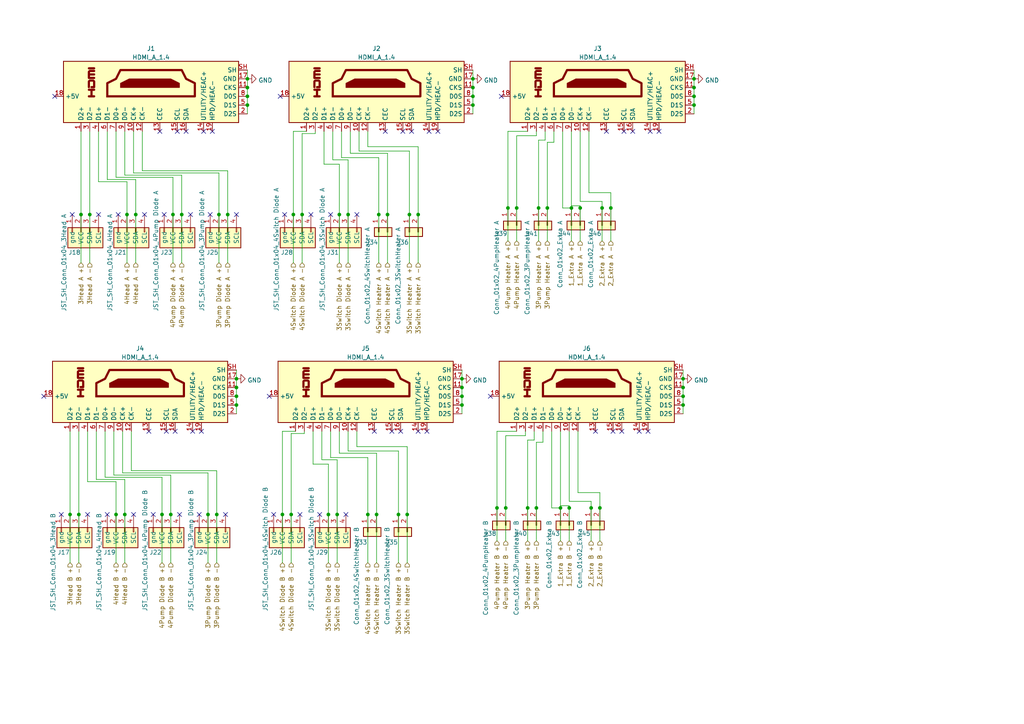
<source format=kicad_sch>
(kicad_sch (version 20211123) (generator eeschema)
  (paper "A4")
  (lib_symbols
    (symbol "0JLC:JST_SH_Conn_01x04_i2c_horizontal" (pin_names (offset 1.016))
      (property "Reference" "J" (at 0 5.08 0))
      (property "Value" "0JLC_JST_SH_Conn_01x04_i2c_horizontal" (at 0 -7.62 0))
      (symbol "JST_SH_Conn_01x04_i2c_horizontal_1_1"
        (rectangle (start -1.27 -4.953) (end 0 -5.207) (stroke (width 0.1524)))
        (rectangle (start -1.27 -2.413) (end 0 -2.667) (stroke (width 0.1524)))
        (rectangle (start -1.27 0.127) (end 0 -0.127) (stroke (width 0.1524)))
        (rectangle (start -1.27 2.667) (end 0 2.413) (stroke (width 0.1524)))
        (rectangle (start -1.27 3.81) (end 4.572 -6.35) (stroke (width 0.254)) (fill (type background)))
        (pin passive line (at -5.08 2.54 0) (length 3.81) (name "gnd") (number "1"))
        (pin passive line (at -5.08 0 0) (length 3.81) (name "VCC") (number "2"))
        (pin passive line (at -5.08 -2.54 0) (length 3.81) (name "SDA") (number "3"))
        (pin passive line (at -5.08 -5.08 0) (length 3.81) (name "SCL") (number "4"))
      )
    )
    (symbol "Connector:HDMI_A_1.4"
      (property "Reference" "J" (at -6.35 26.67 0))
      (property "Value" "HDMI_A_1.4" (at 10.16 26.67 0))
      (symbol "HDMI_A_1.4_0_0"
        (polyline (pts (xy 8.128 16.51) (xy 8.128 18.034)) (stroke (width 0.635)))
        (polyline (pts (xy 0 16.51) (xy 0 18.034) (xy 0 17.272) (xy 1.905 17.272) (xy 1.905 18.034) (xy 1.905 16.51)) (stroke (width 0.635)))
        (polyline (pts (xy 2.667 18.034) (xy 4.318 18.034) (xy 4.572 17.78) (xy 4.572 16.764) (xy 4.318 16.51) (xy 2.667 16.51) (xy 2.667 17.272)) (stroke (width 0.635)))
      )
      (symbol "HDMI_A_1.4_0_1"
        (rectangle (start -7.62 25.4) (end 10.16 -25.4) (stroke (width 0.254)) (fill (type background)))
        (polyline (pts (xy 2.54 8.89) (xy 3.81 8.89) (xy 5.08 6.35) (xy 5.08 -5.715) (xy 3.81 -8.255) (xy 2.54 -8.255) (xy 2.54 8.89)) (fill (type outline)))
        (polyline (pts (xy 5.334 16.51) (xy 5.334 18.034) (xy 6.35 18.034) (xy 6.35 16.51) (xy 6.35 18.034) (xy 7.112 18.034) (xy 7.366 17.78) (xy 7.366 16.51)) (stroke (width 0.635)))
        (polyline (pts (xy 0 12.7) (xy 0 -12.7) (xy 3.81 -12.7) (xy 5.08 -10.16) (xy 7.62 -8.89) (xy 7.62 8.89) (xy 5.08 10.16) (xy 3.81 12.7) (xy 0 12.7)) (stroke (width 0.635)))
      )
      (symbol "HDMI_A_1.4_1_1"
        (pin passive line (at -10.16 20.32 0) (length 2.54) (name "D2+") (number "1"))
        (pin passive line (at -10.16 5.08 0) (length 2.54) (name "CK+") (number "10"))
        (pin power_in line (at 2.54 -27.94 90) (length 2.54) (name "CKS") (number "11"))
        (pin passive line (at -10.16 2.54 0) (length 2.54) (name "CK-") (number "12"))
        (pin bidirectional line (at -10.16 -2.54 0) (length 2.54) (name "CEC") (number "13"))
        (pin passive line (at -10.16 -15.24 0) (length 2.54) (name "UTILITY/HEAC+") (number "14"))
        (pin passive line (at -10.16 -7.62 0) (length 2.54) (name "SCL") (number "15"))
        (pin bidirectional line (at -10.16 -10.16 0) (length 2.54) (name "SDA") (number "16"))
        (pin power_in line (at 5.08 -27.94 90) (length 2.54) (name "GND") (number "17"))
        (pin power_in line (at 0 27.94 270) (length 2.54) (name "+5V") (number "18"))
        (pin passive line (at -10.16 -17.78 0) (length 2.54) (name "HPD/HEAC-") (number "19"))
        (pin power_in line (at -5.08 -27.94 90) (length 2.54) (name "D2S") (number "2"))
        (pin passive line (at -10.16 17.78 0) (length 2.54) (name "D2-") (number "3"))
        (pin passive line (at -10.16 15.24 0) (length 2.54) (name "D1+") (number "4"))
        (pin power_in line (at -2.54 -27.94 90) (length 2.54) (name "D1S") (number "5"))
        (pin passive line (at -10.16 12.7 0) (length 2.54) (name "D1-") (number "6"))
        (pin passive line (at -10.16 10.16 0) (length 2.54) (name "D0+") (number "7"))
        (pin power_in line (at 0 -27.94 90) (length 2.54) (name "D0S") (number "8"))
        (pin passive line (at -10.16 7.62 0) (length 2.54) (name "D0-") (number "9"))
        (pin passive line (at 7.62 -27.94 90) (length 2.54) (name "SH") (number "SH"))
      )
    )
    (symbol "Connector_Generic:Conn_01x02" (pin_names (offset 1.016) hide)
      (property "Reference" "J" (at 0 2.54 0))
      (property "Value" "Conn_01x02" (at 0 -5.08 0))
      (symbol "Conn_01x02_1_1"
        (rectangle (start -1.27 -2.413) (end 0 -2.667) (stroke (width 0.1524)))
        (rectangle (start -1.27 0.127) (end 0 -0.127) (stroke (width 0.1524)))
        (rectangle (start -1.27 1.27) (end 1.27 -3.81) (stroke (width 0.254)) (fill (type background)))
        (pin passive line (at -5.08 0 0) (length 3.81) (name "Pin_1") (number "1"))
        (pin passive line (at -5.08 -2.54 0) (length 3.81) (name "Pin_2") (number "2"))
      )
    )
    (symbol "power:GND" (power) (pin_names (offset 0))
      (property "Value" "GND" (at 0 -3.81 0))
      (symbol "GND_0_1"
        (polyline (pts (xy 0 0) (xy 0 -1.27) (xy 1.27 -1.27) (xy 0 -2.54) (xy -1.27 -1.27) (xy 0 -1.27)))
      )
      (symbol "GND_1_1"
        (pin power_in line (at 0 0 270) (length 0) hide (name "GND") (number "1"))
      )
    )
  )
  (junction (at 162.56 147.32))
  (junction (at 12.7 260.35))
  (junction (at 133.985 109.855))
  (junction (at 50.165 62.23))
  (junction (at 98.425 62.23))
  (junction (at 156.21 60.325))
  (junction (at 72.39 231.14))
  (junction (at 133.35 238.76))
  (junction (at 147.32 60.325))
  (junction (at 144.145 147.32))
  (junction (at 133.35 231.14))
  (junction (at 71.755 22.86))
  (junction (at 137.16 25.4))
  (junction (at 118.11 149.225))
  (junction (at 15.24 260.35))
  (junction (at 63.5 62.23))
  (junction (at 85.09 62.23))
  (junction (at 17.78 260.35))
  (junction (at 198.12 117.475))
  (junction (at 80.01 259.08))
  (junction (at 68.58 109.855))
  (junction (at 66.04 62.23))
  (junction (at 153.67 259.08))
  (junction (at 23.495 62.23))
  (junction (at 62.865 149.225))
  (junction (at 20.32 149.225))
  (junction (at 137.16 30.48))
  (junction (at 97.79 149.225))
  (junction (at 39.37 62.23))
  (junction (at 161.29 259.08))
  (junction (at 26.035 62.23))
  (junction (at 52.705 62.23))
  (junction (at 22.86 149.225))
  (junction (at 177.165 60.325))
  (junction (at 143.51 259.08))
  (junction (at 87.63 259.08))
  (junction (at 133.985 112.395))
  (junction (at 20.32 260.35))
  (junction (at 106.68 149.225))
  (junction (at 60.325 149.225))
  (junction (at 165.735 60.325))
  (junction (at 140.97 259.08))
  (junction (at 115.57 149.225))
  (junction (at 71.755 25.4))
  (junction (at 173.99 147.32))
  (junction (at 36.83 260.35))
  (junction (at 68.58 112.395))
  (junction (at 34.29 260.35))
  (junction (at 31.75 260.35))
  (junction (at 146.685 147.32))
  (junction (at 148.59 259.08))
  (junction (at 201.295 25.4))
  (junction (at 85.09 259.08))
  (junction (at 71.755 30.48))
  (junction (at 87.63 62.23))
  (junction (at 68.58 114.935))
  (junction (at 171.45 147.32))
  (junction (at 95.25 259.08))
  (junction (at 121.285 62.23))
  (junction (at 198.12 109.855))
  (junction (at 81.915 149.225))
  (junction (at 165.1 147.32))
  (junction (at 72.39 238.76))
  (junction (at 137.16 27.94))
  (junction (at 198.12 114.935))
  (junction (at 201.295 27.94))
  (junction (at 158.75 259.08))
  (junction (at 133.35 233.68))
  (junction (at 133.985 114.935))
  (junction (at 71.755 27.94))
  (junction (at 174.625 60.325))
  (junction (at 198.12 112.395))
  (junction (at 68.58 117.475))
  (junction (at 49.53 149.225))
  (junction (at 146.05 259.08))
  (junction (at 137.16 22.86))
  (junction (at 109.22 149.225))
  (junction (at 84.455 149.225))
  (junction (at 33.655 149.225))
  (junction (at 82.55 259.08))
  (junction (at 194.056 235.966))
  (junction (at 156.21 259.08))
  (junction (at 201.295 30.48))
  (junction (at 97.79 259.08))
  (junction (at 133.985 117.475))
  (junction (at 194.056 238.506))
  (junction (at 194.056 233.426))
  (junction (at 36.83 62.23))
  (junction (at 133.35 230.886))
  (junction (at 149.86 60.325))
  (junction (at 133.35 236.22))
  (junction (at 72.39 236.22))
  (junction (at 158.75 60.325))
  (junction (at 118.745 62.23))
  (junction (at 109.855 62.23))
  (junction (at 168.275 60.325))
  (junction (at 39.37 260.35))
  (junction (at 155.575 147.32))
  (junction (at 194.056 230.886))
  (junction (at 104.14 259.08))
  (junction (at 153.035 147.32))
  (junction (at 72.39 233.68))
  (junction (at 46.99 149.225))
  (junction (at 100.965 62.23))
  (junction (at 112.395 62.23))
  (junction (at 95.25 149.225))
  (junction (at 201.295 22.86))
  (junction (at 36.195 149.225))
  (junction (at 106.68 259.08))
  (no_connect (at 82.55 62.23))
  (no_connect (at 90.17 62.23))
  (no_connect (at 177.8 125.095))
  (no_connect (at 68.58 62.23))
  (no_connect (at 52.07 149.225))
  (no_connect (at 58.42 125.095))
  (no_connect (at 65.405 149.225))
  (no_connect (at 185.42 125.095))
  (no_connect (at 92.71 149.225))
  (no_connect (at 86.995 149.225))
  (no_connect (at 47.625 62.23))
  (no_connect (at 55.88 125.095))
  (no_connect (at 50.8 125.095))
  (no_connect (at 187.96 125.095))
  (no_connect (at 142.24 114.935))
  (no_connect (at 138.43 236.22))
  (no_connect (at 16.51 236.22))
  (no_connect (at 77.47 236.22))
  (no_connect (at 172.72 125.095))
  (no_connect (at 180.34 125.095))
  (no_connect (at 17.78 149.225))
  (no_connect (at 81.28 27.94))
  (no_connect (at 48.26 125.095))
  (no_connect (at 44.45 149.225))
  (no_connect (at 43.18 125.095))
  (no_connect (at 57.785 149.225))
  (no_connect (at 60.96 62.23))
  (no_connect (at 108.585 125.095))
  (no_connect (at 111.76 38.1))
  (no_connect (at 116.84 38.1))
  (no_connect (at 119.38 38.1))
  (no_connect (at 127 38.1))
  (no_connect (at 124.46 38.1))
  (no_connect (at 123.825 125.095))
  (no_connect (at 121.285 125.095))
  (no_connect (at 116.205 125.095))
  (no_connect (at 113.665 125.095))
  (no_connect (at 184.15 246.38))
  (no_connect (at 181.61 246.38))
  (no_connect (at 176.53 246.38))
  (no_connect (at 173.99 246.38))
  (no_connect (at 168.91 246.38))
  (no_connect (at 113.03 246.38))
  (no_connect (at 115.57 246.38))
  (no_connect (at 120.65 246.38))
  (no_connect (at 123.19 246.38))
  (no_connect (at 46.99 246.38))
  (no_connect (at 52.07 246.38))
  (no_connect (at 107.95 246.38))
  (no_connect (at 62.23 246.38))
  (no_connect (at 54.61 246.38))
  (no_connect (at 59.69 246.38))
  (no_connect (at 100.33 149.225))
  (no_connect (at 78.105 114.935))
  (no_connect (at 59.055 38.1))
  (no_connect (at 53.975 38.1))
  (no_connect (at 61.595 38.1))
  (no_connect (at 15.875 27.94))
  (no_connect (at 46.355 38.1))
  (no_connect (at 51.435 38.1))
  (no_connect (at 79.375 149.225))
  (no_connect (at 12.7 114.935))
  (no_connect (at 31.115 149.225))
  (no_connect (at 20.955 62.23))
  (no_connect (at 28.575 62.23))
  (no_connect (at 41.91 62.23))
  (no_connect (at 25.4 149.225))
  (no_connect (at 95.885 62.23))
  (no_connect (at 103.505 62.23))
  (no_connect (at 34.29 62.23))
  (no_connect (at 55.245 62.23))
  (no_connect (at 38.735 149.225))
  (no_connect (at 180.975 38.1))
  (no_connect (at 175.895 38.1))
  (no_connect (at 183.515 38.1))
  (no_connect (at 188.595 38.1))
  (no_connect (at 191.135 38.1))
  (no_connect (at 145.415 27.94))
  (wire (pts (xy 133.35 238.76) (xy 133.35 241.3)))
  (wire (pts (xy 168.275 38.1) (xy 168.275 58.42)))
  (wire (pts (xy 41.91 246.38) (xy 41.91 260.35)))
  (wire (pts (xy 46.99 138.43) (xy 46.99 149.225)))
  (wire (pts (xy 146.05 259.08) (xy 146.05 247.65)))
  (wire (pts (xy 194.056 238.506) (xy 194.31 241.3)))
  (wire (pts (xy 68.58 109.855) (xy 68.58 112.395)))
  (wire (pts (xy 146.05 246.38) (xy 143.51 246.38)))
  (wire (pts (xy 17.78 260.35) (xy 17.78 273.05)))
  (wire (pts (xy 72.39 233.68) (xy 72.39 236.22)))
  (wire (pts (xy 133.985 109.855) (xy 133.985 112.395)))
  (wire (pts (xy 84.455 125.73) (xy 88.265 125.73)))
  (wire (pts (xy 161.29 254) (xy 161.29 246.38)))
  (wire (pts (xy 31.75 252.73) (xy 31.75 260.35)))
  (wire (pts (xy 87.63 247.65) (xy 87.63 246.38)))
  (wire (pts (xy 34.29 260.35) (xy 34.29 273.05)))
  (wire (pts (xy 156.21 60.325) (xy 156.21 69.85)))
  (wire (pts (xy 118.11 149.225) (xy 118.11 129.54)))
  (wire (pts (xy 95.885 125.095) (xy 95.885 132.715)))
  (wire (pts (xy 194.31 233.68) (xy 194.056 233.426)))
  (wire (pts (xy 194.31 231.14) (xy 194.056 230.886)))
  (wire (pts (xy 71.755 27.94) (xy 71.755 30.48)))
  (wire (pts (xy 133.985 117.475) (xy 133.985 120.015)))
  (wire (pts (xy 95.885 132.715) (xy 106.68 132.715)))
  (wire (pts (xy 46.99 149.225) (xy 46.99 163.195)))
  (wire (pts (xy 177.165 55.88) (xy 177.165 60.325)))
  (wire (pts (xy 36.195 149.225) (xy 36.195 163.195)))
  (wire (pts (xy 26.035 62.23) (xy 26.035 76.2)))
  (wire (pts (xy 153.67 252.73) (xy 153.67 246.38)))
  (wire (pts (xy 137.16 27.94) (xy 137.16 30.48)))
  (wire (pts (xy 168.275 59.69) (xy 168.275 60.325)))
  (wire (pts (xy 140.97 251.46) (xy 140.97 259.08)))
  (wire (pts (xy 81.915 149.225) (xy 81.915 163.195)))
  (wire (pts (xy 71.755 30.48) (xy 71.755 33.02)))
  (wire (pts (xy 168.275 60.325) (xy 168.275 69.85)))
  (wire (pts (xy 148.59 247.65) (xy 148.59 246.38)))
  (wire (pts (xy 133.35 230.886) (xy 133.35 231.14)))
  (wire (pts (xy 88.265 125.095) (xy 88.265 125.73)))
  (wire (pts (xy 146.05 259.08) (xy 146.05 272.415)))
  (wire (pts (xy 147.32 60.325) (xy 147.32 38.1)))
  (wire (pts (xy 68.58 114.935) (xy 68.58 117.475)))
  (wire (pts (xy 146.685 147.32) (xy 146.685 126.365)))
  (wire (pts (xy 36.195 38.1) (xy 36.195 50.8)))
  (wire (pts (xy 174.625 60.325) (xy 174.625 69.85)))
  (wire (pts (xy 29.21 246.38) (xy 29.21 248.92)))
  (wire (pts (xy 31.75 252.73) (xy 39.37 252.73)))
  (wire (pts (xy 198.12 117.475) (xy 198.12 120.015)))
  (wire (pts (xy 149.86 60.325) (xy 149.86 39.37)))
  (wire (pts (xy 62.865 136.525) (xy 62.865 149.225)))
  (wire (pts (xy 100.965 130.81) (xy 115.57 130.81)))
  (wire (pts (xy 20.32 125.095) (xy 20.32 149.225)))
  (wire (pts (xy 158.75 60.325) (xy 158.75 41.275)))
  (wire (pts (xy 201.295 20.32) (xy 201.295 22.86)))
  (wire (pts (xy 100.33 246.38) (xy 100.33 259.08)))
  (wire (pts (xy 63.5 62.23) (xy 63.5 76.2)))
  (wire (pts (xy 49.53 149.225) (xy 49.53 163.195)))
  (wire (pts (xy 85.09 62.23) (xy 85.09 76.2)))
  (wire (pts (xy 39.37 52.07) (xy 39.37 62.23)))
  (wire (pts (xy 109.855 45.72) (xy 109.855 62.23)))
  (wire (pts (xy 82.55 259.08) (xy 82.55 246.38)))
  (wire (pts (xy 109.22 131.445) (xy 98.425 131.445)))
  (wire (pts (xy 151.13 251.46) (xy 140.97 251.46)))
  (wire (pts (xy 173.99 147.32) (xy 173.99 156.845)))
  (wire (pts (xy 31.115 38.1) (xy 31.115 52.07)))
  (wire (pts (xy 30.48 125.095) (xy 30.48 138.43)))
  (wire (pts (xy 137.16 25.4) (xy 137.16 27.94)))
  (wire (pts (xy 158.75 246.38) (xy 158.75 259.08)))
  (wire (pts (xy 153.67 254) (xy 161.29 254)))
  (wire (pts (xy 194.056 230.886) (xy 194.056 233.426)))
  (wire (pts (xy 97.79 259.08) (xy 97.79 273.05)))
  (wire (pts (xy 143.51 259.08) (xy 143.51 272.415)))
  (wire (pts (xy 71.755 20.32) (xy 71.755 22.86)))
  (wire (pts (xy 68.58 112.395) (xy 68.58 114.935)))
  (wire (pts (xy 41.91 260.35) (xy 39.37 260.35)))
  (wire (pts (xy 153.035 147.32) (xy 153.035 127.635)))
  (wire (pts (xy 93.345 125.095) (xy 93.345 133.35)))
  (wire (pts (xy 28.575 52.705) (xy 28.575 38.1)))
  (wire (pts (xy 68.58 107.315) (xy 68.58 109.855)))
  (wire (pts (xy 149.86 60.325) (xy 149.86 69.85)))
  (wire (pts (xy 153.67 259.08) (xy 153.67 273.05)))
  (wire (pts (xy 97.79 246.38) (xy 97.79 259.08)))
  (wire (pts (xy 158.115 40.64) (xy 158.115 38.1)))
  (wire (pts (xy 137.16 20.32) (xy 137.16 22.86)))
  (wire (pts (xy 171.45 145.415) (xy 171.45 147.32)))
  (wire (pts (xy 12.7 260.35) (xy 12.7 273.05)))
  (wire (pts (xy 133.985 107.315) (xy 133.985 109.855)))
  (wire (pts (xy 20.32 260.35) (xy 20.32 250.19)))
  (wire (pts (xy 100.965 125.095) (xy 100.965 130.81)))
  (wire (pts (xy 155.575 39.37) (xy 155.575 38.1)))
  (wire (pts (xy 22.86 149.225) (xy 22.86 163.195)))
  (wire (pts (xy 103.505 129.54) (xy 103.505 125.095)))
  (wire (pts (xy 156.21 246.38) (xy 156.21 259.08)))
  (wire (pts (xy 154.94 127.635) (xy 154.94 125.095)))
  (wire (pts (xy 157.48 128.27) (xy 157.48 125.095)))
  (wire (pts (xy 95.25 134.62) (xy 95.25 149.225)))
  (wire (pts (xy 26.035 38.1) (xy 26.035 62.23)))
  (wire (pts (xy 36.83 62.23) (xy 36.83 76.2)))
  (wire (pts (xy 133.35 231.14) (xy 133.35 233.68)))
  (wire (pts (xy 38.1 136.525) (xy 62.865 136.525)))
  (wire (pts (xy 25.4 139.7) (xy 25.4 125.095)))
  (wire (pts (xy 112.395 62.23) (xy 112.395 76.2)))
  (wire (pts (xy 118.745 43.815) (xy 118.745 62.23)))
  (wire (pts (xy 68.58 117.475) (xy 68.58 120.015)))
  (wire (pts (xy 95.25 246.38) (xy 95.25 259.08)))
  (wire (pts (xy 66.04 62.23) (xy 66.04 76.2)))
  (wire (pts (xy 201.295 25.4) (xy 201.295 27.94)))
  (wire (pts (xy 165.1 145.415) (xy 171.45 145.415)))
  (wire (pts (xy 194.31 236.22) (xy 194.056 235.966)))
  (wire (pts (xy 168.275 58.42) (xy 174.625 58.42)))
  (wire (pts (xy 109.22 149.225) (xy 109.22 163.195)))
  (wire (pts (xy 85.09 259.08) (xy 85.09 247.65)))
  (wire (pts (xy 143.51 246.38) (xy 143.51 259.08)))
  (wire (pts (xy 15.24 260.35) (xy 15.24 273.05)))
  (wire (pts (xy 50.165 62.23) (xy 50.165 76.2)))
  (wire (pts (xy 137.16 30.48) (xy 137.16 33.02)))
  (wire (pts (xy 194.056 235.966) (xy 194.056 238.506)))
  (wire (pts (xy 97.79 133.35) (xy 97.79 149.225)))
  (wire (pts (xy 20.32 149.225) (xy 20.32 163.195)))
  (wire (pts (xy 85.09 38.1) (xy 88.9 38.1)))
  (wire (pts (xy 109.22 149.225) (xy 109.22 131.445)))
  (wire (pts (xy 153.035 127.635) (xy 154.94 127.635)))
  (wire (pts (xy 165.735 59.69) (xy 168.275 59.69)))
  (wire (pts (xy 87.63 259.08) (xy 87.63 273.05)))
  (wire (pts (xy 85.09 259.08) (xy 85.09 273.05)))
  (wire (pts (xy 31.115 52.07) (xy 39.37 52.07)))
  (wire (pts (xy 104.14 259.08) (xy 104.14 273.05)))
  (wire (pts (xy 115.57 149.225) (xy 115.57 163.195)))
  (wire (pts (xy 161.29 259.08) (xy 163.83 259.08)))
  (wire (pts (xy 98.425 131.445) (xy 98.425 125.095)))
  (wire (pts (xy 81.915 125.095) (xy 81.915 149.225)))
  (wire (pts (xy 33.655 51.435) (xy 50.165 51.435)))
  (wire (pts (xy 80.01 259.08) (xy 80.01 273.05)))
  (wire (pts (xy 87.63 62.23) (xy 87.63 38.735)))
  (wire (pts (xy 50.165 51.435) (xy 50.165 62.23)))
  (wire (pts (xy 153.035 147.32) (xy 153.035 156.845)))
  (wire (pts (xy 171.45 147.32) (xy 171.45 156.845)))
  (wire (pts (xy 80.01 250.19) (xy 90.17 250.19)))
  (wire (pts (xy 162.56 125.095) (xy 162.56 146.685)))
  (wire (pts (xy 27.94 125.095) (xy 27.94 139.065)))
  (wire (pts (xy 106.68 251.46) (xy 102.87 251.46)))
  (wire (pts (xy 177.165 60.325) (xy 177.165 69.85)))
  (wire (pts (xy 140.97 259.08) (xy 140.97 272.415)))
  (wire (pts (xy 34.29 246.38) (xy 34.29 260.35)))
  (wire (pts (xy 100.965 46.355) (xy 100.965 62.23)))
  (wire (pts (xy 39.37 62.23) (xy 39.37 76.2)))
  (wire (pts (xy 194.31 238.76) (xy 194.056 238.506)))
  (wire (pts (xy 158.75 41.275) (xy 160.655 41.275)))
  (wire (pts (xy 92.71 252.73) (xy 92.71 246.38)))
  (wire (pts (xy 133.35 236.22) (xy 133.35 238.76)))
  (wire (pts (xy 84.455 149.225) (xy 84.455 125.73)))
  (wire (pts (xy 115.57 130.81) (xy 115.57 149.225)))
  (wire (pts (xy 15.24 246.38) (xy 24.13 246.38)))
  (wire (pts (xy 162.56 147.32) (xy 162.56 156.845)))
  (wire (pts (xy 158.75 259.08) (xy 158.75 273.05)))
  (wire (pts (xy 152.4 126.365) (xy 152.4 125.095)))
  (wire (pts (xy 201.295 27.94) (xy 201.295 30.48)))
  (wire (pts (xy 41.275 38.1) (xy 41.275 49.53)))
  (wire (pts (xy 148.59 259.08) (xy 148.59 252.73)))
  (wire (pts (xy 33.655 38.1) (xy 33.655 51.435)))
  (wire (pts (xy 194.31 228.6) (xy 194.056 230.886)))
  (wire (pts (xy 106.68 132.715) (xy 106.68 149.225)))
  (wire (pts (xy 147.32 38.1) (xy 153.035 38.1)))
  (wire (pts (xy 106.68 259.08) (xy 106.68 251.46)))
  (wire (pts (xy 80.01 259.08) (xy 80.01 250.19)))
  (wire (pts (xy 98.425 47.625) (xy 93.98 47.625)))
  (wire (pts (xy 71.755 25.4) (xy 71.755 27.94)))
  (wire (pts (xy 144.145 125.095) (xy 149.86 125.095)))
  (wire (pts (xy 148.59 259.08) (xy 148.59 272.415)))
  (wire (pts (xy 106.68 42.545) (xy 106.68 38.1)))
  (wire (pts (xy 72.39 236.22) (xy 72.39 238.76)))
  (wire (pts (xy 121.285 62.23) (xy 121.285 42.545)))
  (wire (pts (xy 165.1 125.095) (xy 165.1 145.415)))
  (wire (pts (xy 162.56 146.685) (xy 165.1 146.685)))
  (wire (pts (xy 144.145 147.32) (xy 144.145 125.095)))
  (wire (pts (xy 106.68 259.08) (xy 106.68 273.05)))
  (wire (pts (xy 20.32 260.35) (xy 20.32 273.05)))
  (wire (pts (xy 133.985 112.395) (xy 133.985 114.935)))
  (wire (pts (xy 158.75 60.325) (xy 158.75 69.85)))
  (wire (pts (xy 87.63 259.08) (xy 87.63 252.73)))
  (wire (pts (xy 146.685 126.365) (xy 152.4 126.365)))
  (wire (pts (xy 33.655 139.7) (xy 25.4 139.7)))
  (wire (pts (xy 95.25 259.08) (xy 95.25 273.05)))
  (wire (pts (xy 146.05 247.65) (xy 148.59 247.65)))
  (wire (pts (xy 60.325 149.225) (xy 60.325 163.195)))
  (wire (pts (xy 38.1 125.095) (xy 38.1 136.525)))
  (wire (pts (xy 112.395 44.45) (xy 101.6 44.45)))
  (wire (pts (xy 156.21 60.325) (xy 156.21 40.64)))
  (wire (pts (xy 85.09 247.65) (xy 87.63 247.65)))
  (wire (pts (xy 151.13 246.38) (xy 151.13 251.46)))
  (wire (pts (xy 170.815 38.1) (xy 170.815 55.88)))
  (wire (pts (xy 72.39 228.6) (xy 72.39 231.14)))
  (wire (pts (xy 170.815 55.88) (xy 177.165 55.88)))
  (wire (pts (xy 71.755 22.86) (xy 71.755 25.4)))
  (wire (pts (xy 98.425 47.625) (xy 98.425 62.23)))
  (wire (pts (xy 133.35 228.6) (xy 133.35 230.886)))
  (wire (pts (xy 63.5 50.165) (xy 63.5 62.23)))
  (wire (pts (xy 36.83 52.705) (xy 36.83 62.23)))
  (wire (pts (xy 93.98 47.625) (xy 93.98 38.1)))
  (wire (pts (xy 133.985 114.935) (xy 133.985 117.475)))
  (wire (pts (xy 82.55 246.38) (xy 85.09 246.38)))
  (wire (pts (xy 36.195 50.8) (xy 52.705 50.8)))
  (wire (pts (xy 81.915 125.095) (xy 85.725 125.095)))
  (wire (pts (xy 38.735 50.165) (xy 63.5 50.165)))
  (wire (pts (xy 198.12 107.315) (xy 198.12 109.855)))
  (wire (pts (xy 118.11 129.54) (xy 103.505 129.54)))
  (wire (pts (xy 198.12 109.855) (xy 198.12 112.395)))
  (wire (pts (xy 121.285 42.545) (xy 106.68 42.545)))
  (wire (pts (xy 99.06 45.72) (xy 109.855 45.72)))
  (wire (pts (xy 104.14 43.815) (xy 118.745 43.815)))
  (wire (pts (xy 27.94 139.065) (xy 36.195 139.065)))
  (wire (pts (xy 41.275 49.53) (xy 66.04 49.53)))
  (wire (pts (xy 173.99 142.875) (xy 173.99 147.32)))
  (wire (pts (xy 165.1 146.685) (xy 165.1 147.32)))
  (wire (pts (xy 163.83 259.08) (xy 163.83 246.38)))
  (wire (pts (xy 194.056 233.426) (xy 194.056 235.966)))
  (wire (pts (xy 36.83 260.35) (xy 36.83 273.05)))
  (wire (pts (xy 22.86 125.095) (xy 22.86 149.225)))
  (wire (pts (xy 36.195 139.065) (xy 36.195 149.225)))
  (wire (pts (xy 95.25 134.62) (xy 90.805 134.62)))
  (wire (pts (xy 33.655 149.225) (xy 33.655 163.195)))
  (wire (pts (xy 155.575 147.32) (xy 155.575 128.27)))
  (wire (pts (xy 82.55 259.08) (xy 82.55 273.05)))
  (wire (pts (xy 118.11 149.225) (xy 118.11 163.195)))
  (wire (pts (xy 90.17 250.19) (xy 90.17 246.38)))
  (wire (pts (xy 160.655 41.275) (xy 160.655 38.1)))
  (wire (pts (xy 98.425 62.23) (xy 98.425 76.2)))
  (wire (pts (xy 163.195 38.1) (xy 163.195 60.325)))
  (wire (pts (xy 95.25 149.225) (xy 95.25 163.195)))
  (wire (pts (xy 12.7 248.92) (xy 29.21 248.92)))
  (wire (pts (xy 201.295 30.48) (xy 201.295 33.02)))
  (wire (pts (xy 165.735 38.1) (xy 165.735 59.69)))
  (wire (pts (xy 163.195 60.325) (xy 165.735 60.325)))
  (wire (pts (xy 97.79 149.225) (xy 97.79 163.195)))
  (wire (pts (xy 87.63 62.23) (xy 87.63 76.2)))
  (wire (pts (xy 165.735 60.325) (xy 165.735 69.85)))
  (wire (pts (xy 137.16 22.86) (xy 137.16 25.4)))
  (wire (pts (xy 147.32 60.325) (xy 147.32 69.85)))
  (wire (pts (xy 20.32 250.19) (xy 31.75 250.19)))
  (wire (pts (xy 30.48 138.43) (xy 46.99 138.43)))
  (wire (pts (xy 31.75 260.35) (xy 31.75 273.05)))
  (wire (pts (xy 133.35 233.68) (xy 133.35 236.22)))
  (wire (pts (xy 144.145 147.32) (xy 144.145 156.845)))
  (wire (pts (xy 39.37 246.38) (xy 39.37 252.73)))
  (wire (pts (xy 31.75 250.19) (xy 31.75 246.38)))
  (wire (pts (xy 167.64 142.875) (xy 173.99 142.875)))
  (wire (pts (xy 33.655 139.7) (xy 33.655 149.225)))
  (wire (pts (xy 23.495 38.1) (xy 23.495 62.23)))
  (wire (pts (xy 106.68 149.225) (xy 106.68 163.195)))
  (wire (pts (xy 38.735 38.1) (xy 38.735 50.165)))
  (wire (pts (xy 156.21 259.08) (xy 156.21 273.05)))
  (wire (pts (xy 149.86 39.37) (xy 155.575 39.37)))
  (wire (pts (xy 91.44 38.1) (xy 91.44 38.735)))
  (wire (pts (xy 52.705 62.23) (xy 52.705 76.2)))
  (wire (pts (xy 84.455 149.225) (xy 84.455 163.195)))
  (wire (pts (xy 165.1 147.32) (xy 165.1 156.845)))
  (wire (pts (xy 52.705 50.8) (xy 52.705 62.23)))
  (wire (pts (xy 156.21 40.64) (xy 158.115 40.64)))
  (wire (pts (xy 155.575 147.32) (xy 155.575 156.845)))
  (wire (pts (xy 160.02 125.095) (xy 160.02 147.32)))
  (wire (pts (xy 104.14 38.1) (xy 104.14 43.815)))
  (wire (pts (xy 102.87 251.46) (xy 102.87 246.38)))
  (wire (pts (xy 85.09 38.1) (xy 85.09 62.23)))
  (wire (pts (xy 198.12 112.395) (xy 198.12 114.935)))
  (wire (pts (xy 36.83 52.705) (xy 28.575 52.705)))
  (wire (pts (xy 100.33 259.08) (xy 104.14 259.08)))
  (wire (pts (xy 35.56 125.095) (xy 35.56 137.16)))
  (wire (pts (xy 39.37 260.35) (xy 39.37 273.05)))
  (wire (pts (xy 49.53 137.795) (xy 49.53 149.225)))
  (wire (pts (xy 146.685 147.32) (xy 146.685 156.845)))
  (wire (pts (xy 87.63 38.735) (xy 91.44 38.735)))
  (wire (pts (xy 155.575 128.27) (xy 157.48 128.27)))
  (wire (pts (xy 201.295 22.86) (xy 201.295 25.4)))
  (wire (pts (xy 161.29 259.08) (xy 161.29 273.05)))
  (wire (pts (xy 96.52 46.355) (xy 100.965 46.355)))
  (wire (pts (xy 66.04 49.53) (xy 66.04 62.23)))
  (wire (pts (xy 17.78 247.65) (xy 17.78 260.35)))
  (wire (pts (xy 96.52 38.1) (xy 96.52 46.355)))
  (wire (pts (xy 90.805 134.62) (xy 90.805 125.095)))
  (wire (pts (xy 109.855 62.23) (xy 109.855 76.2)))
  (wire (pts (xy 198.12 114.935) (xy 198.12 117.475)))
  (wire (pts (xy 118.745 62.23) (xy 118.745 76.2)))
  (wire (pts (xy 160.02 147.32) (xy 162.56 147.32)))
  (wire (pts (xy 12.7 248.92) (xy 12.7 260.35)))
  (wire (pts (xy 99.06 38.1) (xy 99.06 45.72)))
  (wire (pts (xy 72.39 238.76) (xy 72.39 241.3)))
  (wire (pts (xy 17.78 247.65) (xy 26.67 247.65)))
  (wire (pts (xy 167.64 125.095) (xy 167.64 142.875)))
  (wire (pts (xy 72.39 231.14) (xy 72.39 233.68)))
  (wire (pts (xy 87.63 252.73) (xy 92.71 252.73)))
  (wire (pts (xy 153.67 254) (xy 153.67 259.08)))
  (wire (pts (xy 100.965 62.23) (xy 100.965 76.2)))
  (wire (pts (xy 60.325 137.16) (xy 60.325 149.225)))
  (wire (pts (xy 112.395 62.23) (xy 112.395 44.45)))
  (wire (pts (xy 35.56 137.16) (xy 60.325 137.16)))
  (wire (pts (xy 101.6 44.45) (xy 101.6 38.1)))
  (wire (pts (xy 148.59 252.73) (xy 153.67 252.73)))
  (wire (pts (xy 15.24 260.35) (xy 15.24 246.38)))
  (wire (pts (xy 33.02 125.095) (xy 33.02 137.795)))
  (wire (pts (xy 121.285 62.23) (xy 121.285 76.2)))
  (wire (pts (xy 174.625 58.42) (xy 174.625 60.325)))
  (wire (pts (xy 62.865 149.225) (xy 62.865 163.195)))
  (wire (pts (xy 36.83 246.38) (xy 36.83 260.35)))
  (wire (pts (xy 23.495 62.23) (xy 23.495 76.2)))
  (wire (pts (xy 33.02 137.795) (xy 49.53 137.795)))
  (wire (pts (xy 93.345 133.35) (xy 97.79 133.35)))
  (wire (pts (xy 26.67 247.65) (xy 26.67 246.38)))
  (hierarchical_label "3Pump Diode A +" (shape input) (at 63.5 76.2 270))
  (hierarchical_label "1_Extra B +" (shape input) (at 162.56 156.845 270))
  (hierarchical_label "3Switch Heater B +" (shape input) (at 115.57 163.195 270))
  (hierarchical_label "Still I-" (shape input) (at 39.37 273.05 270))
  (hierarchical_label "3Pump Diode A -" (shape input) (at 66.04 76.2 270))
  (hierarchical_label "Extra -" (shape input) (at 106.68 273.05 270))
  (hierarchical_label "3Pump Diode B +" (shape input) (at 60.325 163.195 270))
  (hierarchical_label "4Head A +" (shape input) (at 36.83 76.2 270))
  (hierarchical_label "3Head A +" (shape input) (at 23.495 76.2 270))
  (hierarchical_label "1_Extra B -" (shape input) (at 165.1 156.845 270))
  (hierarchical_label "D Head I-" (shape input) (at 87.63 273.05 270))
  (hierarchical_label "D Head V-" (shape input) (at 85.09 273.05 270))
  (hierarchical_label "4Pump Heater B +" (shape input) (at 144.145 156.845 270))
  (hierarchical_label "4Switch Diode A -" (shape input) (at 87.63 76.2 270))
  (hierarchical_label "4Pump Diode B +" (shape input) (at 46.99 163.195 270))
  (hierarchical_label "4Switch Heater B +" (shape input) (at 106.68 163.195 270))
  (hierarchical_label "D Head V-" (shape input) (at 17.78 273.05 270))
  (hierarchical_label "4Switch Diode A +" (shape input) (at 85.09 76.2 270))
  (hierarchical_label "Diode 40K V+" (shape input) (at 143.51 272.415 270))
  (hierarchical_label "4Pump Diode B -" (shape input) (at 49.53 163.195 270))
  (hierarchical_label "3Switch Heater A +" (shape input) (at 118.745 76.2 270))
  (hierarchical_label "2_Extra A +" (shape input) (at 174.625 69.85 270))
  (hierarchical_label "2_Extra B +" (shape input) (at 171.45 156.845 270))
  (hierarchical_label "4Head B +" (shape input) (at 33.655 163.195 270))
  (hierarchical_label "3Switch Heater B -" (shape input) (at 118.11 163.195 270))
  (hierarchical_label "4Switch Heater A +" (shape input) (at 109.855 76.2 270))
  (hierarchical_label "4Pump Diode A +" (shape input) (at 50.165 76.2 270))
  (hierarchical_label "1_Extra A -" (shape input) (at 168.275 69.85 270))
  (hierarchical_label "3Switch Diode A -" (shape input) (at 100.965 76.2 270))
  (hierarchical_label "3Pump Heater B +" (shape input) (at 153.035 156.845 270))
  (hierarchical_label "Diode 40K I-" (shape input) (at 148.59 272.415 270))
  (hierarchical_label "Diode 4K V-" (shape input) (at 158.75 273.05 270))
  (hierarchical_label "4Switch Diode B -" (shape input) (at 84.455 163.195 270))
  (hierarchical_label "2_Extra A -" (shape input) (at 177.165 69.85 270))
  (hierarchical_label "D Head I+" (shape input) (at 12.7 273.05 270))
  (hierarchical_label "4Pump Heater A -" (shape input) (at 149.86 69.85 270))
  (hierarchical_label "4Head A -" (shape input) (at 39.37 76.2 270))
  (hierarchical_label "3Pump Heater A +" (shape input) (at 156.21 69.85 270))
  (hierarchical_label "Diode 40K V-" (shape input) (at 146.05 272.415 270))
  (hierarchical_label "Extra +" (shape input) (at 104.14 273.05 270))
  (hierarchical_label "4Head B -" (shape input) (at 36.195 163.195 270))
  (hierarchical_label "3Switch Diode B +" (shape input) (at 95.25 163.195 270))
  (hierarchical_label "3Head A -" (shape input) (at 26.035 76.2 270))
  (hierarchical_label "3Pump Heater A -" (shape input) (at 158.75 69.85 270))
  (hierarchical_label "Still V-" (shape input) (at 36.83 273.05 270))
  (hierarchical_label "Diode 4K I-" (shape input) (at 161.29 273.05 270))
  (hierarchical_label "3Switch Diode B -" (shape input) (at 97.79 163.195 270))
  (hierarchical_label "4Switch Heater A -" (shape input) (at 112.395 76.2 270))
  (hierarchical_label "4Pump Heater A +" (shape input) (at 147.32 69.85 270))
  (hierarchical_label "Still V+" (shape input) (at 34.29 273.05 270))
  (hierarchical_label "D Head V+" (shape input) (at 82.55 273.05 270))
  (hierarchical_label "D Head I+" (shape input) (at 80.01 273.05 270))
  (hierarchical_label "Diode 4K V+" (shape input) (at 156.21 273.05 270))
  (hierarchical_label "4Pump Diode A -" (shape input) (at 52.705 76.2 270))
  (hierarchical_label "1_Extra A +" (shape input) (at 165.735 69.85 270))
  (hierarchical_label "D Head I-" (shape input) (at 20.32 273.05 270))
  (hierarchical_label "3Head B +" (shape input) (at 20.32 163.195 270))
  (hierarchical_label "3Head B -" (shape input) (at 22.86 163.195 270))
  (hierarchical_label "Still I+" (shape input) (at 31.75 273.05 270))
  (hierarchical_label "Still Heater -" (shape input) (at 97.79 273.05 270))
  (hierarchical_label "D Head V+" (shape input) (at 15.24 273.05 270))
  (hierarchical_label "4Pump Heater B -" (shape input) (at 146.685 156.845 270))
  (hierarchical_label "3Switch Heater A -" (shape input) (at 121.285 76.2 270))
  (hierarchical_label "4Switch Heater B -" (shape input) (at 109.22 163.195 270))
  (hierarchical_label "4Switch Diode B +" (shape input) (at 81.915 163.195 270))
  (hierarchical_label "3Pump Heater B -" (shape input) (at 155.575 156.845 270))
  (hierarchical_label "2_Extra B -" (shape input) (at 173.99 156.845 270))
  (hierarchical_label "Diode 4K I+" (shape input) (at 153.67 273.05 270))
  (hierarchical_label "Still Heater +" (shape input) (at 95.25 273.05 270))
  (hierarchical_label "3Pump Diode B -" (shape input) (at 62.865 163.195 270))
  (hierarchical_label "3Switch Diode A +" (shape input) (at 98.425 76.2 270))
  (hierarchical_label "Diode 40K I+" (shape input) (at 140.97 272.415 270))
  (symbol (lib_id "Connector_Generic:Conn_01x02") (at 144.145 152.4 90) (mirror x) (unit 1)
    (property "Reference" "J38" (at 144.018 154.7403 90) (effects (justify left)))
    (property "Value" "Conn_01x02_4PumpHeater B" (at 140.843 150.9272 0) (effects (justify left)))
    (property "LCSC" "C2683610" (effects hide))
  )
  (symbol (lib_id "0JLC:JST_SH_Conn_01x04_i2c_horizontal") (at 95.25 154.305 90) (mirror x) (unit 1)
    (property "Reference" "J29" (at 91.567 160.2013 90) (effects (justify right)))
    (property "Value" "JST_SH_Conn_01x04_3Switch Diode B" (at 90.297 177.3432 0) (effects (justify right)))
    (property "Footprint" "Connector_JST:JST_SH_BM04B-SRSS-TB_1x04-1MP_P1.00mm_Vertical" (effects hide))
    (property "LCSC" "C160390" (effects hide))
    (property "MPN" "A1001WR-S" (effects hide))
  )
  (symbol (lib_id "0JLC:JST_SH_Conn_01x04_i2c_horizontal") (at 81.915 154.305 90) (mirror x) (unit 1)
    (property "Reference" "J26" (at 78.232 160.2013 90) (effects (justify right)))
    (property "Value" "JST_SH_Conn_01x04_4Switch Diode B" (at 76.962 177.3432 0) (effects (justify right)))
    (property "Footprint" "Connector_JST:JST_SH_BM04B-SRSS-TB_1x04-1MP_P1.00mm_Vertical" (effects hide))
    (property "LCSC" "C160390" (effects hide))
    (property "MPN" "A1001WR-S" (effects hide))
  )
  (symbol (lib_id "power:GND") (at 71.755 22.86 90) (unit 1)
    (property "Reference" "#PWR0103" (effects hide))
    (property "Value" "GND" (at 74.93 23.2938 90) (effects (justify right)))
  )
  (symbol (lib_id "0JLC:JST_SH_Conn_01x04_i2c_horizontal") (at 33.655 154.305 90) (mirror x) (unit 1)
    (property "Reference" "J19" (at 29.972 160.2013 90) (effects (justify right)))
    (property "Value" "JST_SH_Conn_01x04_4Head B" (at 28.702 177.3432 0) (effects (justify right)))
    (property "Footprint" "Connector_JST:JST_SH_BM04B-SRSS-TB_1x04-1MP_P1.00mm_Vertical" (effects hide))
    (property "LCSC" "C160390" (effects hide))
    (property "MPN" "A1001WR-S" (effects hide))
  )
  (symbol (lib_id "Connector_Generic:Conn_01x02") (at 165.735 65.405 90) (mirror x) (unit 1)
    (property "Reference" "J44" (at 165.608 67.7453 90) (effects (justify left)))
    (property "Value" "Conn_01x02_Extra A" (at 162.433 63.9322 0) (effects (justify left)))
    (property "LCSC" "C2683610" (effects hide))
  )
  (symbol (lib_id "Connector_Generic:Conn_01x02") (at 106.68 154.305 90) (mirror x) (unit 1)
    (property "Reference" "J33" (at 106.553 157.2803 90) (effects (justify left)))
    (property "Value" "Conn_01x02_4SwitchHeater B" (at 103.378 152.8322 0) (effects (justify left)))
    (property "LCSC" "C2683610" (effects hide))
  )
  (symbol (lib_id "power:GND") (at 201.295 22.86 90) (unit 1)
    (property "Reference" "#PWR0111" (effects hide))
    (property "Value" "GND" (at 204.47 23.2938 90) (effects (justify right)))
  )
  (symbol (lib_id "Connector:HDMI_A_1.4") (at 173.355 27.94 90) (unit 1)
    (property "Reference" "J3" (at 173.355 14.0802 90))
    (property "Value" "HDMI_A_1.4" (at 173.355 16.6171 90))
    (property "Datasheet" "https://en.wikipedia.org/wiki/HDMI" (effects hide))
    (property "LCSC" "C369072" (effects hide))
  )
  (symbol (lib_id "0JLC:JST_SH_Conn_01x04_i2c_horizontal") (at 156.21 264.16 90) (mirror x) (unit 1)
    (property "Reference" "J42" (at 155.194 289.7413 90) (effects (justify right)))
    (property "Value" "JST_SH_Conn_01x04_4K Diode" (at 151.257 287.1982 0) (effects (justify right)))
    (property "Footprint" "Connector_JST:JST_SH_BM04B-SRSS-TB_1x04-1MP_P1.00mm_Vertical" (effects hide))
    (property "LCSC" "C160390" (effects hide))
    (property "MPN" "A1001WR-S" (effects hide))
  )
  (symbol (lib_id "0JLC:JST_SH_Conn_01x04_i2c_horizontal") (at 85.09 67.31 90) (mirror x) (unit 1)
    (property "Reference" "J28" (at 81.407 73.2063 90) (effects (justify right)))
    (property "Value" "JST_SH_Conn_01x04_4Switch Diode A" (at 80.137 90.3482 0) (effects (justify right)))
    (property "Footprint" "Connector_JST:JST_SH_BM04B-SRSS-TB_1x04-1MP_P1.00mm_Vertical" (effects hide))
    (property "LCSC" "C160390" (effects hide))
    (property "MPN" "A1001WR-S" (effects hide))
  )
  (symbol (lib_id "Connector_Generic:Conn_01x02") (at 95.25 264.16 90) (mirror x) (unit 1)
    (property "Reference" "J30" (at 95.123 267.1353 90) (effects (justify left)))
    (property "Value" "Conn_01x02_Still Heater" (at 91.948 262.6872 0) (effects (justify left)))
    (property "LCSC" "C2683610" (effects hide))
  )
  (symbol (lib_id "0JLC:JST_SH_Conn_01x04_i2c_horizontal") (at 34.29 265.43 90) (mirror x) (unit 1)
    (property "Reference" "J20" (at 33.782 284.0263 90) (effects (justify right)))
    (property "Value" "JST_SH_Conn_01x04_Still" (at 29.337 288.4682 0) (effects (justify right)))
    (property "Footprint" "Connector_JST:JST_SH_BM04B-SRSS-TB_1x04-1MP_P1.00mm_Vertical" (effects hide))
    (property "LCSC" "C160390" (effects hide))
    (property "MPN" "A1001WR-S" (effects hide))
  )
  (symbol (lib_id "0JLC:JST_SH_Conn_01x04_i2c_horizontal") (at 36.83 67.31 90) (mirror x) (unit 1)
    (property "Reference" "J21" (at 33.147 73.2063 90) (effects (justify right)))
    (property "Value" "JST_SH_Conn_01x04_4Head A" (at 31.877 90.3482 0) (effects (justify right)))
    (property "Footprint" "Connector_JST:JST_SH_BM04B-SRSS-TB_1x04-1MP_P1.00mm_Vertical" (effects hide))
    (property "LCSC" "C160390" (effects hide))
    (property "MPN" "A1001WR-S" (effects hide))
  )
  (symbol (lib_id "0JLC:JST_SH_Conn_01x04_i2c_horizontal") (at 143.51 264.16 90) (mirror x) (unit 1)
    (property "Reference" "J37" (at 142.367 290.1731 90) (effects (justify right)))
    (property "Value" "JST_SH_Conn_01x04_40K Diode" (at 138.557 287.1982 0) (effects (justify right)))
    (property "Footprint" "Connector_JST:JST_SH_BM04B-SRSS-TB_1x04-1MP_P1.00mm_Vertical" (effects hide))
    (property "LCSC" "C160390" (effects hide))
    (property "MPN" "A1001WR-S" (effects hide))
  )
  (symbol (lib_id "Connector_Generic:Conn_01x02") (at 118.745 67.31 90) (mirror x) (unit 1)
    (property "Reference" "J36" (at 118.618 70.2853 90) (effects (justify left)))
    (property "Value" "Conn_01x02_3SwitchHeater A" (at 115.443 65.8372 0) (effects (justify left)))
    (property "LCSC" "C2683610" (effects hide))
  )
  (symbol (lib_id "0JLC:JST_SH_Conn_01x04_i2c_horizontal") (at 23.495 67.31 90) (mirror x) (unit 1)
    (property "Reference" "J18" (at 19.812 73.2063 90) (effects (justify right)))
    (property "Value" "JST_SH_Conn_01x04_3Head A" (at 18.542 90.3482 0) (effects (justify right)))
    (property "Footprint" "Connector_JST:JST_SH_BM04B-SRSS-TB_1x04-1MP_P1.00mm_Vertical" (effects hide))
    (property "LCSC" "C160390" (effects hide))
    (property "MPN" "A1001WR-S" (effects hide))
  )
  (symbol (lib_id "Connector_Generic:Conn_01x02") (at 115.57 154.305 90) (mirror x) (unit 1)
    (property "Reference" "J35" (at 115.443 157.2803 90) (effects (justify left)))
    (property "Value" "Conn_01x02_3SwitchHeater B" (at 112.268 152.8322 0) (effects (justify left)))
    (property "LCSC" "C2683610" (effects hide))
  )
  (symbol (lib_id "Connector_Generic:Conn_01x02") (at 162.56 152.4 90) (mirror x) (unit 1)
    (property "Reference" "J43" (at 162.433 154.7403 90) (effects (justify left)))
    (property "Value" "Conn_01x02_Extra B" (at 159.258 150.9272 0) (effects (justify left)))
    (property "LCSC" "C2683610" (effects hide))
  )
  (symbol (lib_id "power:GND") (at 198.12 109.855 90) (unit 1)
    (property "Reference" "#PWR0109" (effects hide))
    (property "Value" "GND" (at 201.295 110.2888 90) (effects (justify right)))
  )
  (symbol (lib_id "power:GND") (at 137.16 22.86 90) (unit 1)
    (property "Reference" "#PWR0108" (effects hide))
    (property "Value" "GND" (at 140.335 23.2938 90) (effects (justify right)))
  )
  (symbol (lib_id "0JLC:JST_SH_Conn_01x04_i2c_horizontal") (at 15.24 265.43 90) (mirror x) (unit 1)
    (property "Reference" "J16" (at 14.732 286.5663 90) (effects (justify right)))
    (property "Value" "JST_SH_Conn_01x04_D HEad" (at 10.287 288.4682 0) (effects (justify right)))
    (property "Footprint" "Connector_JST:JST_SH_BM04B-SRSS-TB_1x04-1MP_P1.00mm_Vertical" (effects hide))
    (property "LCSC" "C160390" (effects hide))
    (property "MPN" "A1001WR-S" (effects hide))
  )
  (symbol (lib_id "power:GND") (at 68.58 109.855 90) (unit 1)
    (property "Reference" "#PWR0104" (effects hide))
    (property "Value" "GND" (at 71.755 110.2888 90) (effects (justify right)))
  )
  (symbol (lib_id "Connector_Generic:Conn_01x02") (at 109.855 67.31 90) (mirror x) (unit 1)
    (property "Reference" "J34" (at 109.728 70.2853 90) (effects (justify left)))
    (property "Value" "Conn_01x02_4SwitchHeater A" (at 106.553 65.8372 0) (effects (justify left)))
    (property "LCSC" "C2683610" (effects hide))
  )
  (symbol (lib_id "0JLC:JST_SH_Conn_01x04_i2c_horizontal") (at 98.425 67.31 90) (mirror x) (unit 1)
    (property "Reference" "J31" (at 94.742 73.2063 90) (effects (justify right)))
    (property "Value" "JST_SH_Conn_01x04_3Switch Diode A" (at 93.472 90.3482 0) (effects (justify right)))
    (property "Footprint" "Connector_JST:JST_SH_BM04B-SRSS-TB_1x04-1MP_P1.00mm_Vertical" (effects hide))
    (property "LCSC" "C160390" (effects hide))
    (property "MPN" "A1001WR-S" (effects hide))
  )
  (symbol (lib_id "power:GND") (at 72.39 231.14 90) (unit 1)
    (property "Reference" "#PWR0107" (effects hide))
    (property "Value" "GND" (at 75.565 231.5738 90) (effects (justify right)))
  )
  (symbol (lib_id "Connector:HDMI_A_1.4") (at 170.18 114.935 90) (unit 1)
    (property "Reference" "J6" (at 170.18 101.0752 90))
    (property "Value" "HDMI_A_1.4" (at 170.18 103.6121 90))
    (property "Datasheet" "https://en.wikipedia.org/wiki/HDMI" (effects hide))
    (property "LCSC" "C369072" (effects hide))
  )
  (symbol (lib_id "Connector_Generic:Conn_01x02") (at 153.035 152.4 90) (mirror x) (unit 1)
    (property "Reference" "J40" (at 152.908 154.7403 90) (effects (justify left)))
    (property "Value" "Conn_01x02_3PumpHeater B" (at 149.733 150.9272 0) (effects (justify left)))
    (property "LCSC" "C2683610" (effects hide))
  )
  (symbol (lib_id "Connector:HDMI_A_1.4") (at 43.815 27.94 90) (unit 1)
    (property "Reference" "J1" (at 43.815 14.0802 90))
    (property "Value" "HDMI_A_1.4" (at 43.815 16.6171 90))
    (property "Datasheet" "https://en.wikipedia.org/wiki/HDMI" (effects hide))
    (property "LCSC" "C369072" (effects hide))
  )
  (symbol (lib_id "Connector_Generic:Conn_01x02") (at 171.45 152.4 90) (mirror x) (unit 1)
    (property "Reference" "J45" (at 171.323 154.7403 90) (effects (justify left)))
    (property "Value" "Conn_01x02_Extra B" (at 168.148 150.9272 0) (effects (justify left)))
    (property "LCSC" "C2683610" (effects hide))
  )
  (symbol (lib_id "Connector_Generic:Conn_01x02") (at 174.625 65.405 90) (mirror x) (unit 1)
    (property "Reference" "J46" (at 174.498 67.7453 90) (effects (justify left)))
    (property "Value" "Conn_01x02_Extra A" (at 171.323 63.9322 0) (effects (justify left)))
    (property "LCSC" "C2683610" (effects hide))
  )
  (symbol (lib_id "Connector_Generic:Conn_01x02") (at 156.21 65.405 90) (mirror x) (unit 1)
    (property "Reference" "J41" (at 156.083 67.7453 90) (effects (justify left)))
    (property "Value" "Conn_01x02_3PumpHeater A" (at 152.908 63.9322 0) (effects (justify left)))
    (property "LCSC" "C2683610" (effects hide))
  )
  (symbol (lib_id "Connector:HDMI_A_1.4") (at 105.41 236.22 90) (unit 1)
    (property "Reference" "J8" (at 105.41 222.3602 90))
    (property "Value" "HDMI_A_1.4" (at 105.41 224.8971 90))
    (property "Datasheet" "https://en.wikipedia.org/wiki/HDMI" (effects hide))
    (property "LCSC" "C369072" (effects hide))
  )
  (symbol (lib_id "0JLC:JST_SH_Conn_01x04_i2c_horizontal") (at 82.55 264.16 90) (mirror x) (unit 1)
    (property "Reference" "J27" (at 81.407 286.5663 90) (effects (justify right)))
    (property "Value" "JST_SH_Conn_01x04_Condenser" (at 77.597 287.1982 0) (effects (justify right)))
    (property "Footprint" "Connector_JST:JST_SH_BM04B-SRSS-TB_1x04-1MP_P1.00mm_Vertical" (effects hide))
    (property "LCSC" "C160390" (effects hide))
    (property "MPN" "A1001WR-S" (effects hide))
  )
  (symbol (lib_id "Connector:HDMI_A_1.4") (at 109.22 27.94 90) (unit 1)
    (property "Reference" "J2" (at 109.22 14.0802 90))
    (property "Value" "HDMI_A_1.4" (at 109.22 16.6171 90))
    (property "Datasheet" "https://en.wikipedia.org/wiki/HDMI" (effects hide))
    (property "LCSC" "C369072" (effects hide))
  )
  (symbol (lib_id "Connector:HDMI_A_1.4") (at 40.64 114.935 90) (unit 1)
    (property "Reference" "J4" (at 40.64 101.0752 90))
    (property "Value" "HDMI_A_1.4" (at 40.64 103.6121 90))
    (property "Datasheet" "https://en.wikipedia.org/wiki/HDMI" (effects hide))
    (property "LCSC" "C369072" (effects hide))
  )
  (symbol (lib_id "Connector:HDMI_A_1.4") (at 44.45 236.22 90) (unit 1)
    (property "Reference" "J7" (at 43.6153 225.298 0) (effects (justify left)))
    (property "Value" "HDMI_A_1.4" (at 46.1522 225.298 0) (effects (justify left)))
    (property "Datasheet" "https://en.wikipedia.org/wiki/HDMI" (effects hide))
    (property "LCSC" "C369072" (effects hide))
  )
  (symbol (lib_id "power:GND") (at 194.056 230.886 90) (unit 1)
    (property "Reference" "#PWR0106" (effects hide))
    (property "Value" "GND" (at 197.231 231.3198 90) (effects (justify right)))
  )
  (symbol (lib_id "Connector:HDMI_A_1.4") (at 166.37 236.22 90) (unit 1)
    (property "Reference" "J9" (at 165.5353 225.298 0) (effects (justify left)))
    (property "Value" "HDMI_A_1.4" (at 168.0722 225.298 0) (effects (justify left)))
    (property "Datasheet" "https://en.wikipedia.org/wiki/HDMI" (effects hide))
    (property "LCSC" "C369072" (effects hide))
  )
  (symbol (lib_id "power:GND") (at 133.35 230.886 90) (unit 1)
    (property "Reference" "#PWR0105" (effects hide))
    (property "Value" "GND" (at 136.525 231.3198 90) (effects (justify right)))
  )
  (symbol (lib_id "Connector_Generic:Conn_01x02") (at 147.32 65.405 90) (mirror x) (unit 1)
    (property "Reference" "J39" (at 147.193 67.7453 90) (effects (justify left)))
    (property "Value" "Conn_01x02_4PumpHeater A" (at 144.018 63.9322 0) (effects (justify left)))
    (property "LCSC" "C2683610" (effects hide))
  )
  (symbol (lib_id "0JLC:JST_SH_Conn_01x04_i2c_horizontal") (at 60.325 154.305 90) (mirror x) (unit 1)
    (property "Reference" "J24" (at 56.642 160.2013 90) (effects (justify right)))
    (property "Value" "JST_SH_Conn_01x04_3Pump Diode B" (at 55.372 177.3432 0) (effects (justify right)))
    (property "Footprint" "Connector_JST:JST_SH_BM04B-SRSS-TB_1x04-1MP_P1.00mm_Vertical" (effects hide))
    (property "LCSC" "C160390" (effects hide))
    (property "MPN" "A1001WR-S" (effects hide))
  )
  (symbol (lib_id "Connector_Generic:Conn_01x02") (at 104.14 264.16 90) (mirror x) (unit 1)
    (property "Reference" "J32" (at 104.013 267.1353 90) (effects (justify left)))
    (property "Value" "Conn_01x02_15 pin Extra" (at 100.838 262.6872 0) (effects (justify left)))
    (property "LCSC" "C2683610" (effects hide))
  )
  (symbol (lib_id "0JLC:JST_SH_Conn_01x04_i2c_horizontal") (at 63.5 67.31 90) (mirror x) (unit 1)
    (property "Reference" "J25" (at 59.817 73.2063 90) (effects (justify right)))
    (property "Value" "JST_SH_Conn_01x04_3Pump Diode A" (at 58.547 90.3482 0) (effects (justify right)))
    (property "Footprint" "Connector_JST:JST_SH_BM04B-SRSS-TB_1x04-1MP_P1.00mm_Vertical" (effects hide))
    (property "LCSC" "C160390" (effects hide))
    (property "MPN" "A1001WR-S" (effects hide))
  )
  (symbol (lib_id "0JLC:JST_SH_Conn_01x04_i2c_horizontal") (at 50.165 67.31 90) (mirror x) (unit 1)
    (property "Reference" "J23" (at 46.482 73.2063 90) (effects (justify right)))
    (property "Value" "JST_SH_Conn_01x04_4Pump Diode A" (at 45.212 90.3482 0) (effects (justify right)))
    (property "Footprint" "Connector_JST:JST_SH_BM04B-SRSS-TB_1x04-1MP_P1.00mm_Vertical" (effects hide))
    (property "LCSC" "C160390" (effects hide))
    (property "MPN" "A1001WR-S" (effects hide))
  )
  (symbol (lib_id "0JLC:JST_SH_Conn_01x04_i2c_horizontal") (at 46.99 154.305 90) (mirror x) (unit 1)
    (property "Reference" "J22" (at 43.307 160.2013 90) (effects (justify right)))
    (property "Value" "JST_SH_Conn_01x04_4Pump Diode B" (at 42.037 177.3432 0) (effects (justify right)))
    (property "Footprint" "Connector_JST:JST_SH_BM04B-SRSS-TB_1x04-1MP_P1.00mm_Vertical" (effects hide))
    (property "LCSC" "C160390" (effects hide))
    (property "MPN" "A1001WR-S" (effects hide))
  )
  (symbol (lib_id "power:GND") (at 133.985 109.855 90) (unit 1)
    (property "Reference" "#PWR0110" (effects hide))
    (property "Value" "GND" (at 137.16 110.2888 90) (effects (justify right)))
  )
  (symbol (lib_id "0JLC:JST_SH_Conn_01x04_i2c_horizontal") (at 20.32 154.305 90) (mirror x) (unit 1)
    (property "Reference" "J17" (at 16.637 160.2013 90) (effects (justify right)))
    (property "Value" "JST_SH_Conn_01x04_3Head B" (at 15.367 177.3432 0) (effects (justify right)))
    (property "Footprint" "Connector_JST:JST_SH_BM04B-SRSS-TB_1x04-1MP_P1.00mm_Vertical" (effects hide))
    (property "LCSC" "C160390" (effects hide))
    (property "MPN" "A1001WR-S" (effects hide))
  )
  (symbol (lib_id "Connector:HDMI_A_1.4") (at 106.045 114.935 90) (unit 1)
    (property "Reference" "J5" (at 106.045 101.0752 90))
    (property "Value" "HDMI_A_1.4" (at 106.045 103.6121 90))
    (property "Datasheet" "https://en.wikipedia.org/wiki/HDMI" (effects hide))
    (property "LCSC" "C369072" (effects hide))
  )
)
</source>
